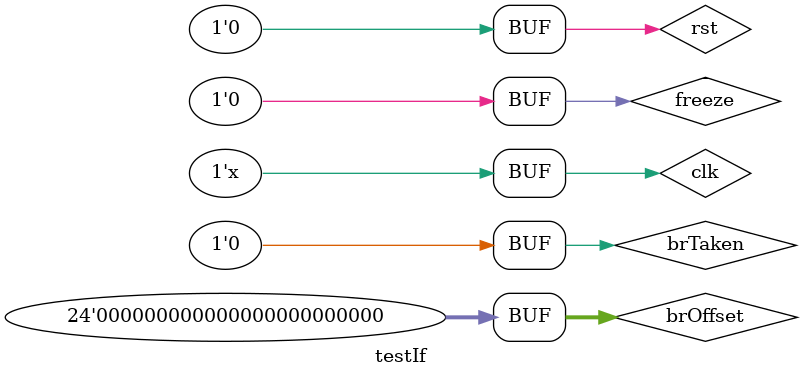
<source format=sv>
module testIf();
	
	logic clk;
	logic rst;
	logic brTaken;
	logic [23:0] brOffset;
	logic freeze;
	
	logic [15:0] instruction;
	

	
	
	IFStage ifS (
	 .clk(clk),
	 .rst(rst),
	 .brTaken(brTaken),
	 .brOffset(brOffset),
	 .freeze(freeze),
	 .instruction(instruction) );
	 
	 
	 initial begin
	 
	 clk = 0;
	 
	 brTaken = 0;
	 brOffset = 0;
	 freeze = 0;
	 rst = 0;
	 #1;
	 rst = 1;
	 #1;
	 rst = 0;
	
	 
    end
	 
	 always begin
    #10 clk=~clk;
	 end
	 
	 

endmodule

</source>
